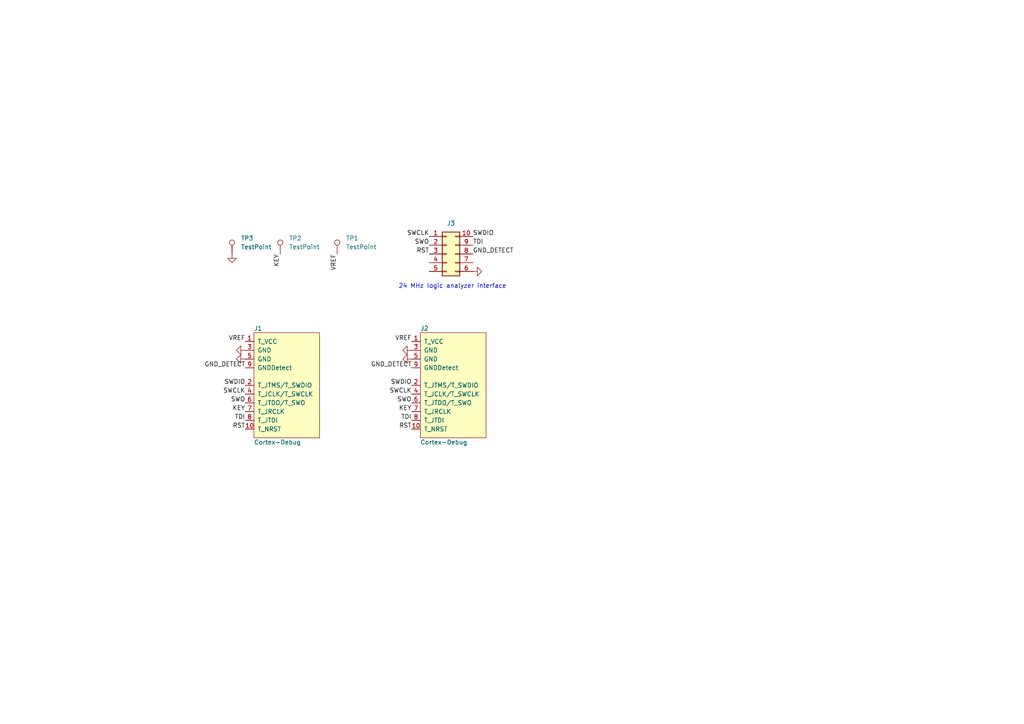
<source format=kicad_sch>
(kicad_sch (version 20211123) (generator eeschema)
  (paper "A4")
  (lib_symbols
    (symbol "Connector:TestPoint" (pin_numbers hide) (pin_names (offset 0.762) hide)
      (property "Reference" "TP" (at 0 6.858 0))
      (property "Value" "TestPoint" (at 0 5.08 0))
      (symbol "TestPoint_0_1"
        (circle (center 0 3.302) (radius 0.762))
      )
      (symbol "TestPoint_1_1"
        (pin passive line (at 0 0 90) (length 2.54) (name "1") (number "1"))
      )
    )
    (symbol "Connector_Generic:Conn_02x05_Counter_Clockwise" (pin_names (offset 1.016) hide)
      (property "Reference" "J" (at 1.27 7.62 0))
      (property "Value" "Conn_02x05_Counter_Clockwise" (at 1.27 -7.62 0))
      (symbol "Conn_02x05_Counter_Clockwise_1_1"
        (rectangle (start -1.27 -4.953) (end 0 -5.207) (stroke (width 0.1524)))
        (rectangle (start -1.27 -2.413) (end 0 -2.667) (stroke (width 0.1524)))
        (rectangle (start -1.27 0.127) (end 0 -0.127) (stroke (width 0.1524)))
        (rectangle (start -1.27 2.667) (end 0 2.413) (stroke (width 0.1524)))
        (rectangle (start -1.27 5.207) (end 0 4.953) (stroke (width 0.1524)))
        (rectangle (start -1.27 6.35) (end 3.81 -6.35) (stroke (width 0.254)) (fill (type background)))
        (rectangle (start 3.81 -4.953) (end 2.54 -5.207) (stroke (width 0.1524)))
        (rectangle (start 3.81 -2.413) (end 2.54 -2.667) (stroke (width 0.1524)))
        (rectangle (start 3.81 0.127) (end 2.54 -0.127) (stroke (width 0.1524)))
        (rectangle (start 3.81 2.667) (end 2.54 2.413) (stroke (width 0.1524)))
        (rectangle (start 3.81 5.207) (end 2.54 4.953) (stroke (width 0.1524)))
        (pin passive line (at -5.08 5.08 0) (length 3.81) (name "Pin_1") (number "1"))
        (pin passive line (at 7.62 5.08 180) (length 3.81) (name "Pin_10") (number "10"))
        (pin passive line (at -5.08 2.54 0) (length 3.81) (name "Pin_2") (number "2"))
        (pin passive line (at -5.08 0 0) (length 3.81) (name "Pin_3") (number "3"))
        (pin passive line (at -5.08 -2.54 0) (length 3.81) (name "Pin_4") (number "4"))
        (pin passive line (at -5.08 -5.08 0) (length 3.81) (name "Pin_5") (number "5"))
        (pin passive line (at 7.62 -5.08 180) (length 3.81) (name "Pin_6") (number "6"))
        (pin passive line (at 7.62 -2.54 180) (length 3.81) (name "Pin_7") (number "7"))
        (pin passive line (at 7.62 0 180) (length 3.81) (name "Pin_8") (number "8"))
        (pin passive line (at 7.62 2.54 180) (length 3.81) (name "Pin_9") (number "9"))
      )
    )
    (symbol "connectors:Cortex-Debug" (pin_names (offset 1.016))
      (property "Reference" "U" (at 10.16 1.27 0))
      (property "Value" "Cortex-Debug" (at 10.16 -31.75 0))
      (symbol "Cortex-Debug_0_1"
        (rectangle (start 0 0) (end 19.05 -30.48) (fill (type background)))
      )
      (symbol "Cortex-Debug_1_1"
        (pin passive line (at -2.54 -2.54 0) (length 2.54) (name "T_VCC") (number "1"))
        (pin output line (at -2.54 -27.94 0) (length 2.54) (name "T_NRST") (number "10"))
        (pin bidirectional line (at -2.54 -15.24 0) (length 2.54) (name "T_JTMS/T_SWDIO") (number "2"))
        (pin power_in line (at -2.54 -5.08 0) (length 2.54) (name "GND") (number "3"))
        (pin input line (at -2.54 -17.78 0) (length 2.54) (name "T_JCLK/T_SWCLK") (number "4"))
        (pin power_in line (at -2.54 -7.62 0) (length 2.54) (name "GND") (number "5"))
        (pin output line (at -2.54 -20.32 0) (length 2.54) (name "T_JTDO/T_SWO") (number "6"))
        (pin input line (at -2.54 -22.86 0) (length 2.54) (name "T_JRCLK") (number "7"))
        (pin input line (at -2.54 -25.4 0) (length 2.54) (name "T_JTDI") (number "8"))
        (pin passive line (at -2.54 -10.16 0) (length 2.54) (name "GNDDetect") (number "9"))
      )
    )
    (symbol "power:GND" (power) (pin_names (offset 0))
      (property "Value" "GND" (at 0 -3.81 0))
      (symbol "GND_0_1"
        (polyline (pts (xy 0 0) (xy 0 -1.27) (xy 1.27 -1.27) (xy 0 -2.54) (xy -1.27 -1.27) (xy 0 -1.27)))
      )
      (symbol "GND_1_1"
        (pin power_in line (at 0 0 270) (length 0) hide (name "GND") (number "1"))
      )
    )
  )
  (text "24 MHz logic analyzer interface" (at 115.57 83.82 0) (effects (font (size 1.27 1.27)) (justify left bottom)))
  (label "TDI" (at 119.38 121.92 180))
  (label "SWDIO" (at 137.16 68.58 0))
  (label "VREF" (at 97.79 73.66 270))
  (label "SWCLK" (at 71.12 114.3 180))
  (label "TDI" (at 137.16 71.12 0))
  (label "KEY" (at 119.38 119.38 180))
  (label "KEY" (at 81.28 73.66 270))
  (label "SWDIO" (at 119.38 111.76 180))
  (label "SWO" (at 71.12 116.84 180))
  (label "KEY" (at 71.12 119.38 180))
  (label "VREF" (at 71.12 99.06 180))
  (label "TDI" (at 71.12 121.92 180))
  (label "GND_DETECT" (at 119.38 106.68 180))
  (label "VREF" (at 119.38 99.06 180))
  (label "SWO" (at 119.38 116.84 180))
  (label "RST" (at 124.46 73.66 180))
  (label "GND_DETECT" (at 137.16 73.66 0))
  (label "RST" (at 71.12 124.46 180))
  (label "RST" (at 119.38 124.46 180))
  (label "SWO" (at 124.46 71.12 180))
  (label "GND_DETECT" (at 71.12 106.68 180))
  (label "SWDIO" (at 71.12 111.76 180))
  (label "SWCLK" (at 119.38 114.3 180))
  (label "SWCLK" (at 124.46 68.58 180))
  (symbol (lib_id "power:GND") (at 71.12 101.6 270) (unit 1)
    (property "Reference" "#PWR01" (effects hide))
    (property "Value" "GND" (effects hide))
  )
  (symbol (lib_id "power:GND") (at 137.16 78.74 90) (unit 1)
    (property "Reference" "#PWR03" (effects hide))
    (property "Value" "GND" (effects hide))
  )
  (symbol (lib_id "connectors:Cortex-Debug") (at 121.92 96.52 0) (unit 1)
    (property "Reference" "J2" (at 121.92 95.25 0) (effects (justify left)))
    (property "Value" "Cortex-Debug" (at 121.92 128.27 0) (effects (justify left)))
    (property "Footprint" "connectors:PinHeader_2x05_FTSH-105-01-L-DV-K" (effects hide))
  )
  (symbol (lib_id "Connector_Generic:Conn_02x05_Counter_Clockwise") (at 129.54 73.66 0) (unit 1)
    (property "Reference" "J3" (at 130.81 64.77 0))
    (property "Value" "Conn_02x05_Counter_Clockwise" (effects hide))
    (property "Footprint" "connectors:2x5_2.54mm_side" (effects hide))
  )
  (symbol (lib_id "power:GND") (at 67.31 73.66 0) (unit 1)
    (property "Reference" "#PWR0101" (effects hide))
    (property "Value" "GND" (effects hide))
  )
  (symbol (lib_id "power:GND") (at 71.12 104.14 270) (unit 1)
    (property "Reference" "#PWR04" (effects hide))
    (property "Value" "GND" (effects hide))
  )
  (symbol (lib_id "Connector:TestPoint") (at 97.79 73.66 0) (unit 1) (in_bom no)
    (property "Reference" "TP1" (at 100.33 69.0879 0) (effects (justify left)))
    (property "Value" "TestPoint" (at 100.33 71.6279 0) (effects (justify left)))
    (property "Footprint" "connectors:pad_1.5x2.0mm" (effects hide))
  )
  (symbol (lib_id "power:GND") (at 119.38 101.6 270) (unit 1)
    (property "Reference" "#PWR02" (effects hide))
    (property "Value" "GND" (effects hide))
  )
  (symbol (lib_id "connectors:Cortex-Debug") (at 73.66 96.52 0) (unit 1)
    (property "Reference" "J1" (at 73.66 95.25 0) (effects (justify left)))
    (property "Value" "Cortex-Debug" (at 73.66 128.27 0) (effects (justify left)))
    (property "Footprint" "connectors:PinHeader_2x05_FTSH-105-01-L-DV-K" (effects hide))
  )
  (symbol (lib_id "Connector:TestPoint") (at 67.31 73.66 0) (unit 1) (in_bom no)
    (property "Reference" "TP3" (at 69.85 69.0879 0) (effects (justify left)))
    (property "Value" "TestPoint" (at 69.85 71.6279 0) (effects (justify left)))
    (property "Footprint" "connectors:pad_1.5x2.0mm" (effects hide))
  )
  (symbol (lib_id "power:GND") (at 119.38 104.14 270) (unit 1)
    (property "Reference" "#PWR05" (effects hide))
    (property "Value" "GND" (effects hide))
  )
  (symbol (lib_id "Connector:TestPoint") (at 81.28 73.66 0) (unit 1) (in_bom no)
    (property "Reference" "TP2" (at 83.82 69.0879 0) (effects (justify left)))
    (property "Value" "TestPoint" (at 83.82 71.6279 0) (effects (justify left)))
    (property "Footprint" "connectors:pad_1.5x2.0mm" (effects hide))
  )
)
</source>
